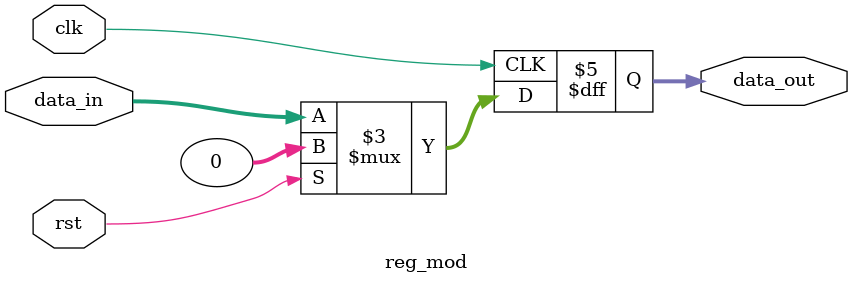
<source format=v>
`timescale 1ns / 1ps
module reg_mod(
    input [31:0] data_in,
    output reg [31:0] data_out,
	 input rst,
    input clk
    );

always@(posedge clk)
begin
	if(rst) data_out = 32'b0;
	else data_out = data_in;
	
end
endmodule

</source>
